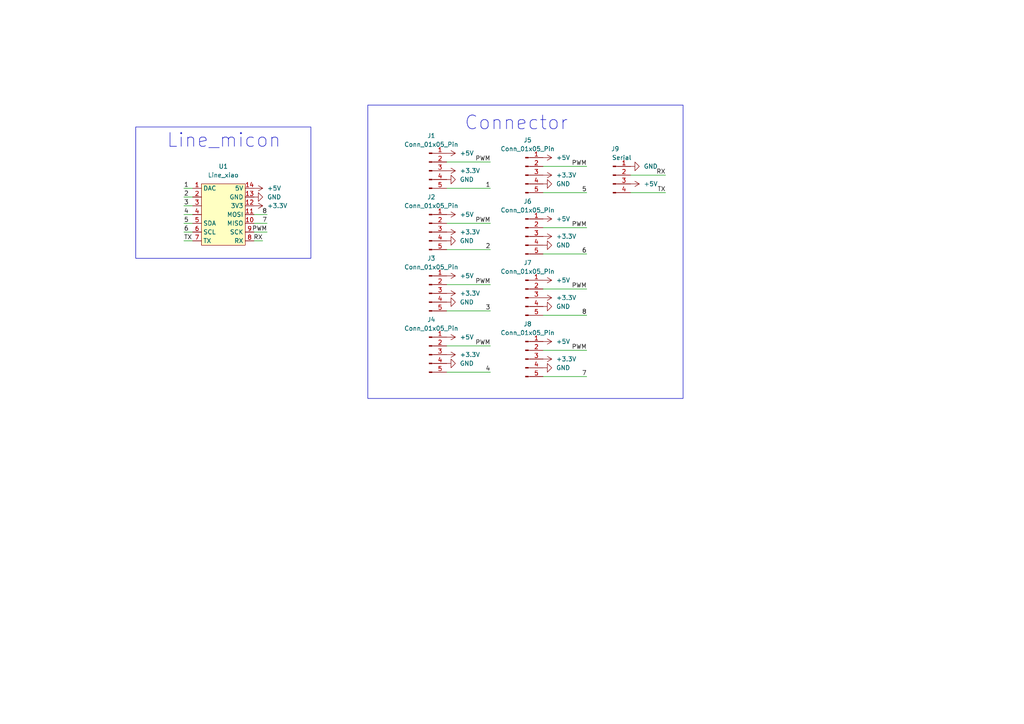
<source format=kicad_sch>
(kicad_sch (version 20230121) (generator eeschema)
  (paper "A4")
  (lib_symbols
    (symbol "Connector:Conn_01x04_Pin" (pin_names (offset 1.016) hide)
      (property "Reference" "J" (at 0 5.08 0))
      (property "Value" "Conn_01x04_Pin" (at 0 -7.62 0))
      (symbol "Conn_01x04_Pin_1_1"
        (polyline (pts (xy 1.27 -5.08) (xy 0.8636 -5.08)) (stroke (width 0.1524)))
        (polyline (pts (xy 1.27 -2.54) (xy 0.8636 -2.54)) (stroke (width 0.1524)))
        (polyline (pts (xy 1.27 0) (xy 0.8636 0)) (stroke (width 0.1524)))
        (polyline (pts (xy 1.27 2.54) (xy 0.8636 2.54)) (stroke (width 0.1524)))
        (rectangle (start 0.8636 -4.953) (end 0 -5.207) (stroke (width 0.1524)) (fill (type outline)))
        (rectangle (start 0.8636 -2.413) (end 0 -2.667) (stroke (width 0.1524)) (fill (type outline)))
        (rectangle (start 0.8636 0.127) (end 0 -0.127) (stroke (width 0.1524)) (fill (type outline)))
        (rectangle (start 0.8636 2.667) (end 0 2.413) (stroke (width 0.1524)) (fill (type outline)))
        (pin passive line (at 5.08 2.54 180) (length 3.81) (name "Pin_1") (number "1"))
        (pin passive line (at 5.08 0 180) (length 3.81) (name "Pin_2") (number "2"))
        (pin passive line (at 5.08 -2.54 180) (length 3.81) (name "Pin_3") (number "3"))
        (pin passive line (at 5.08 -5.08 180) (length 3.81) (name "Pin_4") (number "4"))
      )
    )
    (symbol "Connector:Conn_01x05_Pin" (pin_names (offset 1.016) hide)
      (property "Reference" "J" (at 0 7.62 0))
      (property "Value" "Conn_01x05_Pin" (at 0 -7.62 0))
      (symbol "Conn_01x05_Pin_1_1"
        (polyline (pts (xy 1.27 -5.08) (xy 0.8636 -5.08)) (stroke (width 0.1524)))
        (polyline (pts (xy 1.27 -2.54) (xy 0.8636 -2.54)) (stroke (width 0.1524)))
        (polyline (pts (xy 1.27 0) (xy 0.8636 0)) (stroke (width 0.1524)))
        (polyline (pts (xy 1.27 2.54) (xy 0.8636 2.54)) (stroke (width 0.1524)))
        (polyline (pts (xy 1.27 5.08) (xy 0.8636 5.08)) (stroke (width 0.1524)))
        (rectangle (start 0.8636 -4.953) (end 0 -5.207) (stroke (width 0.1524)) (fill (type outline)))
        (rectangle (start 0.8636 -2.413) (end 0 -2.667) (stroke (width 0.1524)) (fill (type outline)))
        (rectangle (start 0.8636 0.127) (end 0 -0.127) (stroke (width 0.1524)) (fill (type outline)))
        (rectangle (start 0.8636 2.667) (end 0 2.413) (stroke (width 0.1524)) (fill (type outline)))
        (rectangle (start 0.8636 5.207) (end 0 4.953) (stroke (width 0.1524)) (fill (type outline)))
        (pin passive line (at 5.08 5.08 180) (length 3.81) (name "Pin_1") (number "1"))
        (pin passive line (at 5.08 2.54 180) (length 3.81) (name "Pin_2") (number "2"))
        (pin passive line (at 5.08 0 180) (length 3.81) (name "Pin_3") (number "3"))
        (pin passive line (at 5.08 -2.54 180) (length 3.81) (name "Pin_4") (number "4"))
        (pin passive line (at 5.08 -5.08 180) (length 3.81) (name "Pin_5") (number "5"))
      )
    )
    (symbol "power:+3.3V" (power) (pin_names (offset 0))
      (property "Value" "+3.3V" (at 0 3.556 0))
      (symbol "+3.3V_0_1"
        (polyline (pts (xy -0.762 1.27) (xy 0 2.54)))
        (polyline (pts (xy 0 0) (xy 0 2.54)))
        (polyline (pts (xy 0 2.54) (xy 0.762 1.27)))
      )
      (symbol "+3.3V_1_1"
        (pin power_in line (at 0 0 90) (length 0) hide (name "+3.3V") (number "1"))
      )
    )
    (symbol "power:+5V" (power) (pin_names (offset 0))
      (property "Value" "+5V" (at 0 3.556 0))
      (symbol "+5V_0_1"
        (polyline (pts (xy -0.762 1.27) (xy 0 2.54)))
        (polyline (pts (xy 0 0) (xy 0 2.54)))
        (polyline (pts (xy 0 2.54) (xy 0.762 1.27)))
      )
      (symbol "+5V_1_1"
        (pin power_in line (at 0 0 90) (length 0) hide (name "+5V") (number "1"))
      )
    )
    (symbol "power:GND" (power) (pin_names (offset 0))
      (property "Value" "GND" (at 0 -3.81 0))
      (symbol "GND_0_1"
        (polyline (pts (xy 0 0) (xy 0 -1.27) (xy 1.27 -1.27) (xy 0 -2.54) (xy -1.27 -1.27) (xy 0 -1.27)))
      )
      (symbol "GND_1_1"
        (pin power_in line (at 0 0 270) (length 0) hide (name "GND") (number "1"))
      )
    )
    (symbol "seeeduino_xiao:Seeeduino_Xiao"
      (property "Reference" "U" (at 0 12.7 0))
      (property "Value" "Seeeduino_Xiao" (at 0 10.16 0))
      (symbol "Seeeduino_Xiao_0_1"
        (rectangle (start -6.35 7.62) (end 6.35 -10.16) (fill (type background)))
      )
      (symbol "Seeeduino_Xiao_1_1"
        (pin bidirectional line (at -8.89 6.35 0) (length 2.54) (name "DAC") (number "1"))
        (pin bidirectional line (at 8.89 -3.81 180) (length 2.54) (name "MISO") (number "10"))
        (pin bidirectional line (at 8.89 -1.27 180) (length 2.54) (name "MOSI") (number "11"))
        (pin power_out line (at 8.89 1.27 180) (length 2.54) (name "3V3") (number "12"))
        (pin bidirectional line (at 8.89 3.81 180) (length 2.54) (name "GND") (number "13"))
        (pin power_in line (at 8.89 6.35 180) (length 2.54) (name "5V") (number "14"))
        (pin bidirectional line (at -8.89 3.81 0) (length 2.54) (name "") (number "2"))
        (pin bidirectional line (at -8.89 1.27 0) (length 2.54) (name "") (number "3"))
        (pin bidirectional line (at -8.89 -1.27 0) (length 2.54) (name "") (number "4"))
        (pin bidirectional line (at -8.89 -3.81 0) (length 2.54) (name "SDA") (number "5"))
        (pin bidirectional line (at -8.89 -6.35 0) (length 2.54) (name "SCL") (number "6"))
        (pin bidirectional line (at -8.89 -8.89 0) (length 2.54) (name "TX") (number "7"))
        (pin bidirectional line (at 8.89 -8.89 180) (length 2.54) (name "RX") (number "8"))
        (pin bidirectional line (at 8.89 -6.35 180) (length 2.54) (name "SCK") (number "9"))
      )
    )
  )
  (wire (pts (xy 77.47 62.23) (xy 73.66 62.23)))
  (wire (pts (xy 170.18 109.22) (xy 157.48 109.22)))
  (wire (pts (xy 53.34 57.15) (xy 55.88 57.15)))
  (wire (pts (xy 53.34 67.31) (xy 55.88 67.31)))
  (wire (pts (xy 77.47 64.77) (xy 73.66 64.77)))
  (wire (pts (xy 193.04 55.88) (xy 182.88 55.88)))
  (wire (pts (xy 142.24 72.39) (xy 129.54 72.39)))
  (wire (pts (xy 170.18 101.6) (xy 157.48 101.6)))
  (wire (pts (xy 53.34 69.85) (xy 55.88 69.85)))
  (wire (pts (xy 53.34 64.77) (xy 55.88 64.77)))
  (wire (pts (xy 53.34 62.23) (xy 55.88 62.23)))
  (wire (pts (xy 170.18 91.44) (xy 157.48 91.44)))
  (wire (pts (xy 142.24 64.77) (xy 129.54 64.77)))
  (wire (pts (xy 142.24 107.95) (xy 129.54 107.95)))
  (wire (pts (xy 142.24 54.61) (xy 129.54 54.61)))
  (wire (pts (xy 142.24 90.17) (xy 129.54 90.17)))
  (wire (pts (xy 193.04 50.8) (xy 182.88 50.8)))
  (wire (pts (xy 170.18 73.66) (xy 157.48 73.66)))
  (wire (pts (xy 142.24 46.99) (xy 129.54 46.99)))
  (wire (pts (xy 77.47 67.31) (xy 73.66 67.31)))
  (wire (pts (xy 170.18 83.82) (xy 157.48 83.82)))
  (wire (pts (xy 76.2 69.85) (xy 73.66 69.85)))
  (wire (pts (xy 53.34 59.69) (xy 55.88 59.69)))
  (wire (pts (xy 170.18 55.88) (xy 157.48 55.88)))
  (wire (pts (xy 170.18 66.04) (xy 157.48 66.04)))
  (wire (pts (xy 142.24 100.33) (xy 129.54 100.33)))
  (wire (pts (xy 170.18 48.26) (xy 157.48 48.26)))
  (wire (pts (xy 142.24 82.55) (xy 129.54 82.55)))
  (wire (pts (xy 53.34 54.61) (xy 55.88 54.61)))
  (rectangle (start 106.68 30.48) (end 198.12 115.57))
  (rectangle (start 39.37 36.83) (end 90.17 74.93))
  (text "Connector" (at 134.62 38.1 0) (effects (font (size 4 4)) (justify left bottom)))
  (text "Line_micon" (at 48.26 43.18 0) (effects (font (size 4 4)) (justify left bottom)))
  (label "6" (at 170.18 73.66 180))
  (label "PWM" (at 170.18 83.82 180))
  (label "RX" (at 76.2 69.85 180))
  (label "TX" (at 53.34 69.85 0))
  (label "3" (at 142.24 90.17 180))
  (label "PWM" (at 142.24 46.99 180))
  (label "4" (at 142.24 107.95 180))
  (label "1" (at 142.24 54.61 180))
  (label "8" (at 77.47 62.23 180))
  (label "TX" (at 193.04 55.88 180))
  (label "PWM" (at 77.47 67.31 180))
  (label "5" (at 170.18 55.88 180))
  (label "2" (at 53.34 57.15 0))
  (label "PWM" (at 142.24 82.55 180))
  (label "4" (at 53.34 62.23 0))
  (label "2" (at 142.24 72.39 180))
  (label "5" (at 53.34 64.77 0))
  (label "PWM" (at 142.24 64.77 180))
  (label "6" (at 53.34 67.31 0))
  (label "PWM" (at 170.18 48.26 180))
  (label "PWM" (at 142.24 100.33 180))
  (label "1" (at 53.34 54.61 0))
  (label "RX" (at 193.04 50.8 180))
  (label "8" (at 170.18 91.44 180))
  (label "PWM" (at 170.18 101.6 180))
  (label "7" (at 170.18 109.22 180))
  (label "3" (at 53.34 59.69 0))
  (label "7" (at 77.47 64.77 180))
  (label "PWM" (at 170.18 66.04 180))
  (symbol (lib_id "seeeduino_xiao:Seeeduino_Xiao") (at 64.77 60.96 0) (unit 1)
    (property "Reference" "U1" (at 64.77 48.26 0))
    (property "Value" "Line_xiao" (at 64.77 50.8 0))
    (property "Footprint" "Seeeduino_Xiao:seeeduinoXIAO" (effects hide))
  )
  (symbol (lib_id "power:+5V") (at 157.48 63.5 270) (unit 1)
    (property "Reference" "#PWR019" (effects hide))
    (property "Value" "+5V" (at 161.29 63.5 90) (effects (justify left)))
  )
  (symbol (lib_id "power:GND") (at 157.48 53.34 90) (unit 1)
    (property "Reference" "#PWR018" (effects hide))
    (property "Value" "GND" (at 161.29 53.34 90) (effects (justify right)))
  )
  (symbol (lib_id "power:+5V") (at 73.66 54.61 270) (unit 1)
    (property "Reference" "#PWR01" (effects hide))
    (property "Value" "+5V" (at 77.47 54.61 90) (effects (justify left)))
  )
  (symbol (lib_id "power:GND") (at 182.88 48.26 90) (unit 1)
    (property "Reference" "#PWR028" (effects hide))
    (property "Value" "GND" (at 186.69 48.26 90) (effects (justify right)))
  )
  (symbol (lib_id "Connector:Conn_01x05_Pin") (at 152.4 86.36 0) (unit 1)
    (property "Reference" "J7" (at 153.035 76.2 0))
    (property "Value" "Conn_01x05_Pin" (at 153.035 78.74 0))
    (property "Footprint" "Connector_PinSocket_2.54mm:PinSocket_1x05_P2.54mm_Horizontal" (effects hide))
  )
  (symbol (lib_id "Connector:Conn_01x05_Pin") (at 124.46 67.31 0) (unit 1)
    (property "Reference" "J2" (at 125.095 57.15 0))
    (property "Value" "Conn_01x05_Pin" (at 125.095 59.69 0))
    (property "Footprint" "Connector_PinSocket_2.54mm:PinSocket_1x05_P2.54mm_Horizontal" (effects hide))
  )
  (symbol (lib_id "power:+5V") (at 129.54 62.23 270) (unit 1)
    (property "Reference" "#PWR07" (effects hide))
    (property "Value" "+5V" (at 133.35 62.23 90) (effects (justify left)))
  )
  (symbol (lib_id "power:+3.3V") (at 129.54 102.87 270) (unit 1)
    (property "Reference" "#PWR014" (effects hide))
    (property "Value" "+3.3V" (at 133.35 102.87 90) (effects (justify left)))
  )
  (symbol (lib_id "power:+3.3V") (at 157.48 104.14 270) (unit 1)
    (property "Reference" "#PWR026" (effects hide))
    (property "Value" "+3.3V" (at 161.29 104.14 90) (effects (justify left)))
  )
  (symbol (lib_id "power:GND") (at 157.48 88.9 90) (unit 1)
    (property "Reference" "#PWR024" (effects hide))
    (property "Value" "GND" (at 161.29 88.9 90) (effects (justify right)))
  )
  (symbol (lib_id "power:GND") (at 157.48 106.68 90) (unit 1)
    (property "Reference" "#PWR027" (effects hide))
    (property "Value" "GND" (at 161.29 106.68 90) (effects (justify right)))
  )
  (symbol (lib_id "Connector:Conn_01x05_Pin") (at 152.4 68.58 0) (unit 1)
    (property "Reference" "J6" (at 153.035 58.42 0))
    (property "Value" "Conn_01x05_Pin" (at 153.035 60.96 0))
    (property "Footprint" "Connector_PinSocket_2.54mm:PinSocket_1x05_P2.54mm_Horizontal" (effects hide))
  )
  (symbol (lib_id "power:+3.3V") (at 157.48 50.8 270) (unit 1)
    (property "Reference" "#PWR017" (effects hide))
    (property "Value" "+3.3V" (at 161.29 50.8 90) (effects (justify left)))
  )
  (symbol (lib_id "Connector:Conn_01x05_Pin") (at 152.4 50.8 0) (unit 1)
    (property "Reference" "J5" (at 153.035 40.64 0))
    (property "Value" "Conn_01x05_Pin" (at 153.035 43.18 0))
    (property "Footprint" "Connector_PinSocket_2.54mm:PinSocket_1x05_P2.54mm_Horizontal" (effects hide))
  )
  (symbol (lib_id "power:+5V") (at 129.54 80.01 270) (unit 1)
    (property "Reference" "#PWR010" (effects hide))
    (property "Value" "+5V" (at 133.35 80.01 90) (effects (justify left)))
  )
  (symbol (lib_id "power:+3.3V") (at 129.54 67.31 270) (unit 1)
    (property "Reference" "#PWR08" (effects hide))
    (property "Value" "+3.3V" (at 133.35 67.31 90) (effects (justify left)))
  )
  (symbol (lib_id "power:+3.3V") (at 129.54 49.53 270) (unit 1)
    (property "Reference" "#PWR05" (effects hide))
    (property "Value" "+3.3V" (at 133.35 49.53 90) (effects (justify left)))
  )
  (symbol (lib_id "power:+5V") (at 129.54 97.79 270) (unit 1)
    (property "Reference" "#PWR013" (effects hide))
    (property "Value" "+5V" (at 133.35 97.79 90) (effects (justify left)))
  )
  (symbol (lib_id "power:+5V") (at 129.54 44.45 270) (unit 1)
    (property "Reference" "#PWR04" (effects hide))
    (property "Value" "+5V" (at 133.35 44.45 90) (effects (justify left)))
  )
  (symbol (lib_id "power:GND") (at 129.54 52.07 90) (unit 1)
    (property "Reference" "#PWR06" (effects hide))
    (property "Value" "GND" (at 133.35 52.07 90) (effects (justify right)))
  )
  (symbol (lib_id "power:GND") (at 157.48 71.12 90) (unit 1)
    (property "Reference" "#PWR021" (effects hide))
    (property "Value" "GND" (at 161.29 71.12 90) (effects (justify right)))
  )
  (symbol (lib_id "power:GND") (at 129.54 105.41 90) (unit 1)
    (property "Reference" "#PWR015" (effects hide))
    (property "Value" "GND" (at 133.35 105.41 90) (effects (justify right)))
  )
  (symbol (lib_id "power:+5V") (at 157.48 99.06 270) (unit 1)
    (property "Reference" "#PWR025" (effects hide))
    (property "Value" "+5V" (at 161.29 99.06 90) (effects (justify left)))
  )
  (symbol (lib_id "power:GND") (at 129.54 69.85 90) (unit 1)
    (property "Reference" "#PWR09" (effects hide))
    (property "Value" "GND" (at 133.35 69.85 90) (effects (justify right)))
  )
  (symbol (lib_id "power:GND") (at 73.66 57.15 90) (unit 1)
    (property "Reference" "#PWR02" (effects hide))
    (property "Value" "GND" (at 77.47 57.15 90) (effects (justify right)))
  )
  (symbol (lib_id "Connector:Conn_01x05_Pin") (at 124.46 102.87 0) (unit 1)
    (property "Reference" "J4" (at 125.095 92.71 0))
    (property "Value" "Conn_01x05_Pin" (at 125.095 95.25 0))
    (property "Footprint" "Connector_PinSocket_2.54mm:PinSocket_1x05_P2.54mm_Horizontal" (effects hide))
  )
  (symbol (lib_id "power:+3.3V") (at 157.48 86.36 270) (unit 1)
    (property "Reference" "#PWR023" (effects hide))
    (property "Value" "+3.3V" (at 161.29 86.36 90) (effects (justify left)))
  )
  (symbol (lib_id "power:+3.3V") (at 157.48 68.58 270) (unit 1)
    (property "Reference" "#PWR020" (effects hide))
    (property "Value" "+3.3V" (at 161.29 68.58 90) (effects (justify left)))
  )
  (symbol (lib_id "Connector:Conn_01x05_Pin") (at 124.46 49.53 0) (unit 1)
    (property "Reference" "J1" (at 125.095 39.37 0))
    (property "Value" "Conn_01x05_Pin" (at 125.095 41.91 0))
    (property "Footprint" "Connector_PinSocket_2.54mm:PinSocket_1x05_P2.54mm_Horizontal" (effects hide))
  )
  (symbol (lib_id "power:+3.3V") (at 73.66 59.69 270) (unit 1)
    (property "Reference" "#PWR03" (effects hide))
    (property "Value" "+3.3V" (at 77.47 59.69 90) (effects (justify left)))
  )
  (symbol (lib_id "power:GND") (at 129.54 87.63 90) (unit 1)
    (property "Reference" "#PWR012" (effects hide))
    (property "Value" "GND" (at 133.35 87.63 90) (effects (justify right)))
  )
  (symbol (lib_id "Connector:Conn_01x05_Pin") (at 152.4 104.14 0) (unit 1)
    (property "Reference" "J8" (at 153.035 93.98 0))
    (property "Value" "Conn_01x05_Pin" (at 153.035 96.52 0))
    (property "Footprint" "Connector_PinSocket_2.54mm:PinSocket_1x05_P2.54mm_Horizontal" (effects hide))
  )
  (symbol (lib_id "power:+5V") (at 157.48 81.28 270) (unit 1)
    (property "Reference" "#PWR022" (effects hide))
    (property "Value" "+5V" (at 161.29 81.28 90) (effects (justify left)))
  )
  (symbol (lib_id "power:+5V") (at 157.48 45.72 270) (unit 1)
    (property "Reference" "#PWR016" (effects hide))
    (property "Value" "+5V" (at 161.29 45.72 90) (effects (justify left)))
  )
  (symbol (lib_id "Connector:Conn_01x05_Pin") (at 124.46 85.09 0) (unit 1)
    (property "Reference" "J3" (at 125.095 74.93 0))
    (property "Value" "Conn_01x05_Pin" (at 125.095 77.47 0))
    (property "Footprint" "Connector_PinSocket_2.54mm:PinSocket_1x05_P2.54mm_Horizontal" (effects hide))
  )
  (symbol (lib_id "Connector:Conn_01x04_Pin") (at 177.8 50.8 0) (unit 1)
    (property "Reference" "J9" (at 178.435 43.18 0))
    (property "Value" "Serial" (at 180.34 45.72 0))
    (property "Footprint" "Connector_JST:JST_XH_S4B-XH-A_1x04_P2.50mm_Horizontal" (effects hide))
  )
  (symbol (lib_id "power:+5V") (at 182.88 53.34 270) (unit 1)
    (property "Reference" "#PWR029" (effects hide))
    (property "Value" "+5V" (at 186.69 53.34 90) (effects (justify left)))
  )
  (symbol (lib_id "power:+3.3V") (at 129.54 85.09 270) (unit 1)
    (property "Reference" "#PWR011" (effects hide))
    (property "Value" "+3.3V" (at 133.35 85.09 90) (effects (justify left)))
  )
)
</source>
